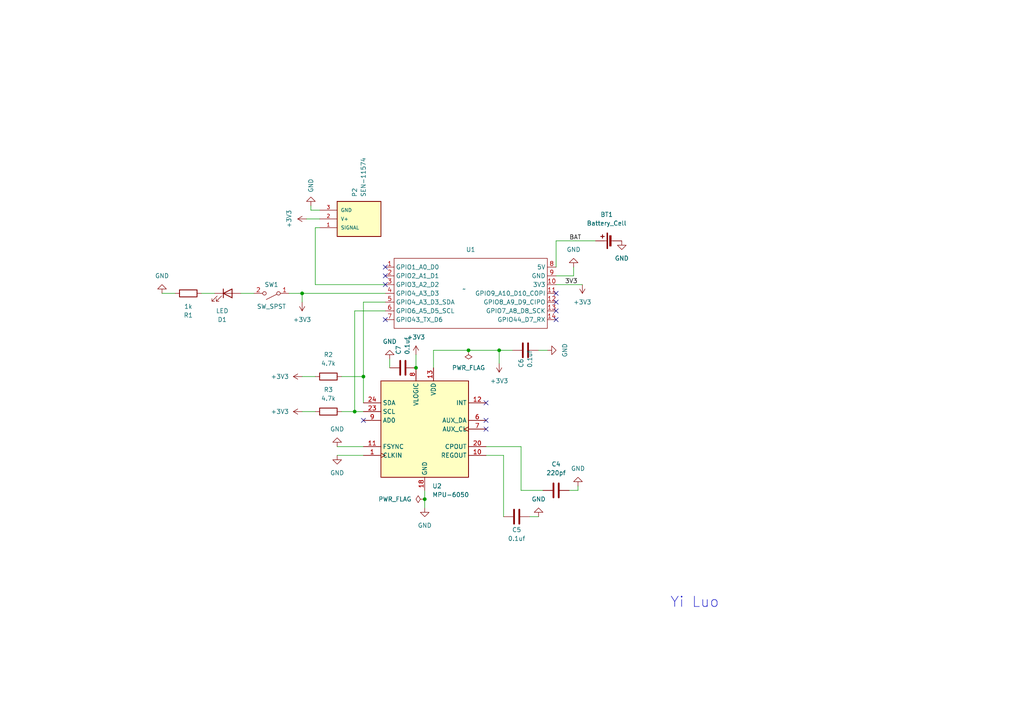
<source format=kicad_sch>
(kicad_sch (version 20230121) (generator eeschema)
  (paper "A4")
  (title_block (title "Jumping Jack Counter - Sensor Device") (date "2024-01-28") (rev "2"))
  (lib_symbols
    (symbol "Device:Battery_Cell" (pin_numbers hide) (pin_names (offset 0) hide)
      (property "Reference" "BT" (at 2.54 2.54 0))
      (property "Value" "Battery_Cell" (at 2.54 0 0))
      (symbol "Battery_Cell_0_1"
        (rectangle (start -2.286 1.778) (end 2.286 1.524) (fill (type outline)))
        (rectangle (start -1.524 1.016) (end 1.524 0.508) (fill (type outline)))
        (polyline (pts (xy 0 0.762) (xy 0 0)))
        (polyline (pts (xy 0 1.778) (xy 0 2.54)))
        (polyline (pts (xy 0.762 3.048) (xy 1.778 3.048)) (stroke (width 0.254)))
        (polyline (pts (xy 1.27 3.556) (xy 1.27 2.54)) (stroke (width 0.254)))
      )
      (symbol "Battery_Cell_1_1"
        (pin passive line (at 0 5.08 270) (length 2.54) (name "+") (number "1"))
        (pin passive line (at 0 -2.54 90) (length 2.54) (name "-") (number "2"))
      )
    )
    (symbol "Device:C" (pin_numbers hide) (pin_names (offset 0.254))
      (property "Reference" "C" (at 0.635 2.54 0))
      (property "Value" "C" (at 0.635 -2.54 0))
      (symbol "C_0_1"
        (polyline (pts (xy -2.032 -0.762) (xy 2.032 -0.762)) (stroke (width 0.508)))
        (polyline (pts (xy -2.032 0.762) (xy 2.032 0.762)) (stroke (width 0.508)))
      )
      (symbol "C_1_1"
        (pin passive line (at 0 3.81 270) (length 2.794) (name "~") (number "1"))
        (pin passive line (at 0 -3.81 90) (length 2.794) (name "~") (number "2"))
      )
    )
    (symbol "Device:LED" (pin_numbers hide) (pin_names (offset 1.016) hide)
      (property "Reference" "D" (at 0 2.54 0))
      (property "Value" "LED" (at 0 -2.54 0))
      (symbol "LED_0_1"
        (polyline (pts (xy -1.27 -1.27) (xy -1.27 1.27)) (stroke (width 0.254)))
        (polyline (pts (xy -1.27 0) (xy 1.27 0)))
        (polyline (pts (xy 1.27 -1.27) (xy 1.27 1.27) (xy -1.27 0) (xy 1.27 -1.27)) (stroke (width 0.254)))
        (polyline (pts (xy -3.048 -0.762) (xy -4.572 -2.286) (xy -3.81 -2.286) (xy -4.572 -2.286) (xy -4.572 -1.524)))
        (polyline (pts (xy -1.778 -0.762) (xy -3.302 -2.286) (xy -2.54 -2.286) (xy -3.302 -2.286) (xy -3.302 -1.524)))
      )
      (symbol "LED_1_1"
        (pin passive line (at -3.81 0 0) (length 2.54) (name "K") (number "1"))
        (pin passive line (at 3.81 0 180) (length 2.54) (name "A") (number "2"))
      )
    )
    (symbol "Device:R" (pin_numbers hide) (pin_names (offset 0))
      (property "Reference" "R" (at 2.032 0 90))
      (property "Value" "R" (at 0 0 90))
      (symbol "R_0_1"
        (rectangle (start -1.016 -2.54) (end 1.016 2.54) (stroke (width 0.254)))
      )
      (symbol "R_1_1"
        (pin passive line (at 0 3.81 270) (length 1.27) (name "~") (number "1"))
        (pin passive line (at 0 -3.81 90) (length 1.27) (name "~") (number "2"))
      )
    )
    (symbol "Pulse Sensor:SEN-11574" (pin_names (offset 1.016))
      (property "Reference" "P" (at 0 5.5958 0))
      (property "Value" "SEN-11574" (at 0 -7.6429 0))
      (symbol "SEN-11574_0_0"
        (rectangle (start 0 -5.08) (end 12.7 5.08) (stroke (width 0.254)) (fill (type background)))
        (pin bidirectional line (at -5.08 -2.54 0) (length 5.08) (name "SIGNAL") (number "1"))
        (pin power_in line (at -5.08 0 0) (length 5.08) (name "V+") (number "2"))
        (pin power_in line (at -5.08 2.54 0) (length 5.08) (name "GND") (number "3"))
      )
    )
    (symbol "Seeed Studio XIAO ESP32S3:XIAO_ESP32_SENSE"
      (property "Reference" "U" (at 0 0 0))
      (symbol "XIAO_ESP32_SENSE_0_1"
        (polyline (pts (xy -20.32 8.89) (xy -20.32 -11.43) (xy 24.13 -11.43) (xy 24.13 8.89) (xy -20.32 8.89)))
      )
      (symbol "XIAO_ESP32_SENSE_1_1"
        (pin bidirectional line (at -22.86 6.35 0) (length 2.54) (name "GPIO1_A0_D0") (number "1"))
        (pin bidirectional line (at 26.67 1.27 180) (length 2.54) (name "3V3") (number "10"))
        (pin bidirectional line (at 26.67 -1.27 180) (length 2.54) (name "GPIO9_A10_D10_COPI") (number "11"))
        (pin bidirectional line (at 26.67 -3.81 180) (length 2.54) (name "GPIO8_A9_D9_CIPO") (number "12"))
        (pin bidirectional line (at 26.67 -6.35 180) (length 2.54) (name "GPIO7_A8_D8_SCK") (number "13"))
        (pin bidirectional line (at 26.67 -8.89 180) (length 2.54) (name "GPIO44_D7_RX") (number "14"))
        (pin bidirectional line (at -22.86 3.81 0) (length 2.54) (name "GPIO2_A1_D1") (number "2"))
        (pin bidirectional line (at -22.86 1.27 0) (length 2.54) (name "GPIO3_A2_D2") (number "3"))
        (pin bidirectional line (at -22.86 -1.27 0) (length 2.54) (name "GPIO4_A3_D3") (number "4"))
        (pin bidirectional line (at -22.86 -3.81 0) (length 2.54) (name "GPIO4_A3_D3_SDA") (number "5"))
        (pin bidirectional line (at -22.86 -6.35 0) (length 2.54) (name "GPIO6_A5_D5_SCL") (number "6"))
        (pin bidirectional line (at -22.86 -8.89 0) (length 2.54) (name "GPIO43_TX_D6") (number "7"))
        (pin bidirectional line (at 26.67 6.35 180) (length 2.54) (name "5V") (number "8"))
        (pin bidirectional line (at 26.67 3.81 180) (length 2.54) (name "GND") (number "9"))
      )
    )
    (symbol "Sensor_Motion:MPU-6050"
      (property "Reference" "U" (at -11.43 13.97 0))
      (property "Value" "MPU-6050" (at 7.62 -15.24 0))
      (symbol "MPU-6050_0_0"
        (text "" (at 12.7 -2.54 0) (effects (font (size 1.27 1.27))))
      )
      (symbol "MPU-6050_0_1"
        (rectangle (start -12.7 13.97) (end 12.7 -13.97) (stroke (width 0.254)) (fill (type background)))
      )
      (symbol "MPU-6050_1_1"
        (pin input clock (at -17.78 -7.62 0) (length 5.08) (name "CLKIN") (number "1"))
        (pin passive line (at 17.78 -7.62 180) (length 5.08) (name "REGOUT") (number "10"))
        (pin input line (at -17.78 -5.08 0) (length 5.08) (name "FSYNC") (number "11"))
        (pin output line (at 17.78 7.62 180) (length 5.08) (name "INT") (number "12"))
        (pin power_in line (at 2.54 17.78 270) (length 3.81) (name "VDD") (number "13"))
        (pin no_connect line (at -12.7 -10.16 0) (length 2.54) hide (name "NC") (number "14"))
        (pin no_connect line (at 12.7 12.7 180) (length 2.54) hide (name "NC") (number "15"))
        (pin no_connect line (at 12.7 10.16 180) (length 2.54) hide (name "NC") (number "16"))
        (pin no_connect line (at 12.7 5.08 180) (length 2.54) hide (name "NC") (number "17"))
        (pin power_in line (at 0 -17.78 90) (length 3.81) (name "GND") (number "18"))
        (pin no_connect line (at 12.7 -10.16 180) (length 2.54) hide (name "RESV") (number "19"))
        (pin no_connect line (at -12.7 12.7 0) (length 2.54) hide (name "NC") (number "2"))
        (pin passive line (at 17.78 -5.08 180) (length 5.08) (name "CPOUT") (number "20"))
        (pin no_connect line (at 12.7 -2.54 180) (length 2.54) hide (name "RESV") (number "21"))
        (pin no_connect line (at 12.7 -12.7 180) (length 2.54) hide (name "RESV") (number "22"))
        (pin input line (at -17.78 5.08 0) (length 5.08) (name "SCL") (number "23"))
        (pin bidirectional line (at -17.78 7.62 0) (length 5.08) (name "SDA") (number "24"))
        (pin no_connect line (at -12.7 10.16 0) (length 2.54) hide (name "NC") (number "3"))
        (pin no_connect line (at -12.7 0 0) (length 2.54) hide (name "NC") (number "4"))
        (pin no_connect line (at -12.7 -2.54 0) (length 2.54) hide (name "NC") (number "5"))
        (pin bidirectional line (at 17.78 2.54 180) (length 5.08) (name "AUX_DA") (number "6"))
        (pin output clock (at 17.78 0 180) (length 5.08) (name "AUX_CL") (number "7"))
        (pin power_in line (at -2.54 17.78 270) (length 3.81) (name "VLOGIC") (number "8"))
        (pin input line (at -17.78 2.54 0) (length 5.08) (name "AD0") (number "9"))
      )
    )
    (symbol "Switch:SW_SPST" (pin_names (offset 0) hide)
      (property "Reference" "SW" (at 0 3.175 0))
      (property "Value" "SW_SPST" (at 0 -2.54 0))
      (symbol "SW_SPST_0_0"
        (circle (center -2.032 0) (radius 0.508))
        (polyline (pts (xy -1.524 0.254) (xy 1.524 1.778)))
        (circle (center 2.032 0) (radius 0.508))
      )
      (symbol "SW_SPST_1_1"
        (pin passive line (at -5.08 0 0) (length 2.54) (name "A") (number "1"))
        (pin passive line (at 5.08 0 180) (length 2.54) (name "B") (number "2"))
      )
    )
    (symbol "power:+3V3" (power) (pin_names (offset 0))
      (property "Value" "+3V3" (at 0 3.556 0))
      (symbol "+3V3_0_1"
        (polyline (pts (xy -0.762 1.27) (xy 0 2.54)))
        (polyline (pts (xy 0 0) (xy 0 2.54)))
        (polyline (pts (xy 0 2.54) (xy 0.762 1.27)))
      )
      (symbol "+3V3_1_1"
        (pin power_in line (at 0 0 90) (length 0) hide (name "+3V3") (number "1"))
      )
    )
    (symbol "power:GND" (power) (pin_names (offset 0))
      (property "Value" "GND" (at 0 -3.81 0))
      (symbol "GND_0_1"
        (polyline (pts (xy 0 0) (xy 0 -1.27) (xy 1.27 -1.27) (xy 0 -2.54) (xy -1.27 -1.27) (xy 0 -1.27)))
      )
      (symbol "GND_1_1"
        (pin power_in line (at 0 0 270) (length 0) hide (name "GND") (number "1"))
      )
    )
    (symbol "power:PWR_FLAG" (power) (pin_numbers hide) (pin_names (offset 0) hide)
      (property "Value" "PWR_FLAG" (at 0 3.81 0))
      (symbol "PWR_FLAG_0_0"
        (pin power_out line (at 0 0 90) (length 0) (name "pwr") (number "1"))
      )
      (symbol "PWR_FLAG_0_1"
        (polyline (pts (xy 0 0) (xy 0 1.27) (xy -1.016 1.905) (xy 0 2.54) (xy 1.016 1.905) (xy 0 1.27)))
      )
    )
  )
  (junction (at 135.89 101.6))
  (junction (at 102.87 119.38))
  (junction (at 105.41 109.22))
  (junction (at 120.65 106.68))
  (junction (at 87.63 85.09))
  (junction (at 144.78 101.6))
  (junction (at 123.19 144.78))
  (no_connect (at 161.29 90.17))
  (no_connect (at 111.76 77.47))
  (no_connect (at 111.76 82.55))
  (no_connect (at 161.29 92.71))
  (no_connect (at 161.29 87.63))
  (no_connect (at 140.97 121.92))
  (no_connect (at 140.97 116.84))
  (no_connect (at 111.76 92.71))
  (no_connect (at 111.76 80.01))
  (no_connect (at 161.29 85.09))
  (no_connect (at 105.41 121.92))
  (no_connect (at 140.97 124.46))
  (wire (pts (xy 153.67 149.86) (xy 156.21 149.86)))
  (wire (pts (xy 87.63 85.09) (xy 83.82 85.09)))
  (wire (pts (xy 165.1 142.24) (xy 167.64 142.24)))
  (wire (pts (xy 90.17 60.96) (xy 90.17 59.69)))
  (wire (pts (xy 125.73 101.6) (xy 135.89 101.6)))
  (wire (pts (xy 135.89 101.6) (xy 144.78 101.6)))
  (wire (pts (xy 87.63 85.09) (xy 111.76 85.09)))
  (wire (pts (xy 123.19 144.78) (xy 123.19 147.32)))
  (wire (pts (xy 97.79 132.08) (xy 105.41 132.08)))
  (wire (pts (xy 99.06 109.22) (xy 105.41 109.22)))
  (wire (pts (xy 105.41 119.38) (xy 102.87 119.38)))
  (wire (pts (xy 87.63 109.22) (xy 91.44 109.22)))
  (wire (pts (xy 125.73 106.68) (xy 125.73 101.6)))
  (wire (pts (xy 172.72 69.85) (xy 161.29 69.85)))
  (wire (pts (xy 123.19 142.24) (xy 123.19 144.78)))
  (wire (pts (xy 92.71 63.5) (xy 88.9 63.5)))
  (wire (pts (xy 99.06 119.38) (xy 102.87 119.38)))
  (wire (pts (xy 113.03 104.14) (xy 113.03 106.68)))
  (wire (pts (xy 167.64 142.24) (xy 167.64 140.97)))
  (wire (pts (xy 92.71 66.04) (xy 91.44 66.04)))
  (wire (pts (xy 151.13 142.24) (xy 151.13 129.54)))
  (wire (pts (xy 87.63 85.09) (xy 87.63 87.63)))
  (wire (pts (xy 161.29 80.01) (xy 166.37 80.01)))
  (wire (pts (xy 105.41 87.63) (xy 111.76 87.63)))
  (wire (pts (xy 91.44 66.04) (xy 91.44 82.55)))
  (wire (pts (xy 161.29 69.85) (xy 161.29 77.47)))
  (wire (pts (xy 102.87 119.38) (xy 102.87 90.17)))
  (wire (pts (xy 73.66 85.09) (xy 69.85 85.09)))
  (wire (pts (xy 144.78 101.6) (xy 148.59 101.6)))
  (wire (pts (xy 91.44 82.55) (xy 111.76 82.55)))
  (wire (pts (xy 166.37 80.01) (xy 166.37 77.47)))
  (wire (pts (xy 157.48 142.24) (xy 151.13 142.24)))
  (wire (pts (xy 156.21 101.6) (xy 158.75 101.6)))
  (wire (pts (xy 146.05 132.08) (xy 146.05 149.86)))
  (wire (pts (xy 151.13 129.54) (xy 140.97 129.54)))
  (wire (pts (xy 92.71 60.96) (xy 90.17 60.96)))
  (wire (pts (xy 97.79 129.54) (xy 105.41 129.54)))
  (wire (pts (xy 87.63 119.38) (xy 91.44 119.38)))
  (wire (pts (xy 120.65 102.87) (xy 120.65 106.68)))
  (wire (pts (xy 105.41 116.84) (xy 105.41 109.22)))
  (wire (pts (xy 102.87 90.17) (xy 111.76 90.17)))
  (wire (pts (xy 62.23 85.09) (xy 58.42 85.09)))
  (wire (pts (xy 105.41 109.22) (xy 105.41 87.63)))
  (wire (pts (xy 50.8 85.09) (xy 46.99 85.09)))
  (wire (pts (xy 161.29 82.55) (xy 168.91 82.55)))
  (wire (pts (xy 144.78 101.6) (xy 144.78 105.41)))
  (wire (pts (xy 140.97 132.08) (xy 146.05 132.08)))
  (text "Yi Luo" (at 194.31 176.53 0) (effects (font (size 3 3)) (justify left bottom)))
  (label "3V3" (at 163.83 82.55 0))
  (label "BAT" (at 165.1 69.85 0))
  (symbol (lib_id "power:+3V3") (at 144.78 105.41 180) (unit 1)
    (property "Reference" "#PWR015" (effects hide))
    (property "Value" "+3V3" (at 144.78 110.49 0))
  )
  (symbol (lib_id "power:GND") (at 180.34 69.85 0) (unit 1)
    (property "Reference" "#PWR010" (effects hide))
    (property "Value" "GND" (at 180.34 74.93 0))
  )
  (symbol (lib_id "power:+3V3") (at 87.63 87.63 180) (unit 1)
    (property "Reference" "#PWR017" (effects hide))
    (property "Value" "+3V3" (at 87.63 92.71 0))
  )
  (symbol (lib_id "Pulse Sensor:SEN-11574") (at 97.79 63.5 0) (unit 1)
    (property "Reference" "P2" (at 102.87 57.15 90) (effects (justify left)))
    (property "Value" "SEN-11574" (at 105.41 57.15 90) (effects (justify left)))
    (property "Footprint" "Pulse_Sensor:XDCR_SEN-11574" (effects hide))
    (property "MF" "SparkFun" (effects hide))
    (property "Description" "\nPULSE SENSOR FOR ARDUINO\n" (effects hide))
    (property "Package" "None" (effects hide))
    (property "Price" "None" (effects hide))
    (property "Check_prices" "https://www.snapeda.com/parts/SEN-11574/SparkFun+Electronics/view-part/?ref=eda" (effects hide))
    (property "SnapEDA_Link" "https://www.snapeda.com/parts/SEN-11574/SparkFun+Electronics/view-part/?ref=snap" (effects hide))
    (property "MP" "SEN-11574" (effects hide))
    (property "Purchase-URL" "https://www.snapeda.com/api/url_track_click_mouser/?unipart_id=1269548&manufacturer=SparkFun&part_name=SEN-11574&search_term=None" (effects hide))
    (property "Availability" "In Stock" (effects hide))
    (property "MANUFACTURER" "Sparkfun Electronics" (effects hide))
  )
  (symbol (lib_id "Device:R") (at 54.61 85.09 270) (unit 1)
    (property "Reference" "R1" (at 54.61 91.44 90))
    (property "Value" "1k" (at 54.61 88.9 90))
    (property "Footprint" "Resistor_SMD:R_0805_2012Metric_Pad1.20x1.40mm_HandSolder" (effects hide))
  )
  (symbol (lib_id "power:PWR_FLAG") (at 135.89 101.6 180) (unit 1)
    (property "Reference" "#FLG01" (effects hide))
    (property "Value" "PWR_FLAG" (at 135.89 106.68 0))
  )
  (symbol (lib_id "power:+3V3") (at 87.63 119.38 90) (unit 1)
    (property "Reference" "#PWR012" (effects hide))
    (property "Value" "+3V3" (at 83.82 119.38 90) (effects (justify left)))
  )
  (symbol (lib_id "Device:C") (at 116.84 106.68 90) (unit 1)
    (property "Reference" "C7" (at 115.57 102.87 0) (effects (justify left)))
    (property "Value" "0.1uf" (at 118.11 102.87 0) (effects (justify left)))
    (property "Footprint" "Capacitor_SMD:C_0805_2012Metric_Pad1.18x1.45mm_HandSolder" (effects hide))
  )
  (symbol (lib_id "power:GND") (at 123.19 147.32 0) (unit 1)
    (property "Reference" "#PWR02" (effects hide))
    (property "Value" "GND" (at 123.19 152.4 0))
  )
  (symbol (lib_id "Switch:SW_SPST") (at 78.74 85.09 180) (unit 1)
    (property "Reference" "SW1" (at 78.74 82.55 0))
    (property "Value" "SW_SPST" (at 78.74 88.9 0))
    (property "Footprint" "Button_Switch_THT:SW_PUSH-12mm" (effects hide))
  )
  (symbol (lib_id "Device:C") (at 161.29 142.24 90) (unit 1)
    (property "Reference" "C4" (at 161.29 134.62 90))
    (property "Value" "220pf" (at 161.29 137.16 90))
    (property "Footprint" "Capacitor_SMD:C_0805_2012Metric_Pad1.18x1.45mm_HandSolder" (effects hide))
  )
  (symbol (lib_id "power:GND") (at 90.17 59.69 180) (unit 1)
    (property "Reference" "#PWR019" (effects hide))
    (property "Value" "GND" (at 90.17 55.88 90) (effects (justify right)))
  )
  (symbol (lib_id "Device:Battery_Cell") (at 177.8 69.85 90) (unit 1)
    (property "Reference" "BT1" (at 175.9585 62.23 90))
    (property "Value" "Battery_Cell" (at 175.9585 64.77 90))
    (property "Footprint" "Battery:BatteryHolder_Keystone_103_1x20mm" (effects hide))
  )
  (symbol (lib_id "Device:R") (at 95.25 119.38 90) (unit 1)
    (property "Reference" "R3" (at 95.25 113.03 90))
    (property "Value" "4.7k" (at 95.25 115.57 90))
    (property "Footprint" "Resistor_SMD:R_0805_2012Metric_Pad1.20x1.40mm_HandSolder" (effects hide))
  )
  (symbol (lib_id "power:GND") (at 97.79 132.08 0) (unit 1)
    (property "Reference" "#PWR07" (effects hide))
    (property "Value" "GND" (at 97.79 137.16 0))
  )
  (symbol (lib_id "power:GND") (at 166.37 77.47 180) (unit 1)
    (property "Reference" "#PWR03" (effects hide))
    (property "Value" "GND" (at 166.37 72.39 0))
  )
  (symbol (lib_id "power:GND") (at 156.21 149.86 180) (unit 1)
    (property "Reference" "#PWR05" (effects hide))
    (property "Value" "GND" (at 156.21 144.78 0))
  )
  (symbol (lib_id "power:+3V3") (at 87.63 109.22 90) (unit 1)
    (property "Reference" "#PWR011" (effects hide))
    (property "Value" "+3V3" (at 83.82 109.22 90) (effects (justify left)))
  )
  (symbol (lib_id "power:GND") (at 113.03 104.14 180) (unit 1)
    (property "Reference" "#PWR09" (effects hide))
    (property "Value" "GND" (at 113.03 99.06 0))
  )
  (symbol (lib_id "power:+3V3") (at 168.91 82.55 180) (unit 1)
    (property "Reference" "#PWR013" (effects hide))
    (property "Value" "+3V3" (at 168.91 87.63 0))
  )
  (symbol (lib_id "power:GND") (at 158.75 101.6 90) (unit 1)
    (property "Reference" "#PWR06" (effects hide))
    (property "Value" "GND" (at 163.83 101.6 0))
  )
  (symbol (lib_id "power:GND") (at 167.64 140.97 180) (unit 1)
    (property "Reference" "#PWR04" (effects hide))
    (property "Value" "GND" (at 167.64 135.89 0))
  )
  (symbol (lib_id "Seeed Studio XIAO ESP32S3:XIAO_ESP32_SENSE") (at 134.62 83.82 0) (unit 1)
    (property "Reference" "U1" (at 136.525 72.39 0))
    (property "Value" "~" (at 134.62 83.82 0))
    (property "Footprint" "XIAO ESP32S3:XIAO_ESP32_SENSE" (effects hide))
  )
  (symbol (lib_id "power:GND") (at 46.99 85.09 180) (unit 1)
    (property "Reference" "#PWR01" (effects hide))
    (property "Value" "GND" (at 46.99 80.01 0))
  )
  (symbol (lib_id "power:GND") (at 97.79 129.54 180) (unit 1)
    (property "Reference" "#PWR08" (effects hide))
    (property "Value" "GND" (at 97.79 124.46 0))
  )
  (symbol (lib_id "power:PWR_FLAG") (at 123.19 144.78 90) (unit 1)
    (property "Reference" "#FLG02" (effects hide))
    (property "Value" "PWR_FLAG" (at 119.38 144.78 90) (effects (justify left)))
  )
  (symbol (lib_id "power:+3V3") (at 120.65 102.87 0) (unit 1)
    (property "Reference" "#PWR014" (effects hide))
    (property "Value" "+3V3" (at 120.65 97.79 0))
  )
  (symbol (lib_id "Device:C") (at 152.4 101.6 90) (unit 1)
    (property "Reference" "C6" (at 151.13 106.68 0) (effects (justify left)))
    (property "Value" "0.1uf" (at 153.67 106.68 0) (effects (justify left)))
    (property "Footprint" "Capacitor_SMD:C_0805_2012Metric_Pad1.18x1.45mm_HandSolder" (effects hide))
  )
  (symbol (lib_id "Device:LED") (at 66.04 85.09 0) (unit 1)
    (property "Reference" "D1" (at 64.4525 92.71 0))
    (property "Value" "LED" (at 64.4525 90.17 0))
    (property "Footprint" "LED_SMD:LED_0805_2012Metric_Pad1.15x1.40mm_HandSolder" (effects hide))
  )
  (symbol (lib_id "Device:R") (at 95.25 109.22 90) (unit 1)
    (property "Reference" "R2" (at 95.25 102.87 90))
    (property "Value" "4.7k" (at 95.25 105.41 90))
    (property "Footprint" "Resistor_SMD:R_0805_2012Metric_Pad1.20x1.40mm_HandSolder" (effects hide))
  )
  (symbol (lib_id "Sensor_Motion:MPU-6050") (at 123.19 124.46 0) (unit 1)
    (property "Reference" "U2" (at 125.3841 140.97 0) (effects (justify left)))
    (property "Value" "MPU-6050" (at 125.3841 143.51 0) (effects (justify left)))
    (property "Footprint" "Sensor_Motion:InvenSense_QFN-24_4x4mm_P0.5mm" (effects hide))
    (property "Datasheet" "https://invensense.tdk.com/wp-content/uploads/2015/02/MPU-6000-Datasheet1.pdf" (effects hide))
  )
  (symbol (lib_id "Device:C") (at 149.86 149.86 90) (unit 1)
    (property "Reference" "C5" (at 149.86 153.67 90))
    (property "Value" "0.1uf" (at 149.86 156.21 90))
    (property "Footprint" "Capacitor_SMD:C_0805_2012Metric_Pad1.18x1.45mm_HandSolder" (effects hide))
  )
  (symbol (lib_id "power:+3V3") (at 88.9 63.5 90) (unit 1)
    (property "Reference" "#PWR018" (effects hide))
    (property "Value" "+3V3" (at 83.82 63.5 0))
  )
)
</source>
